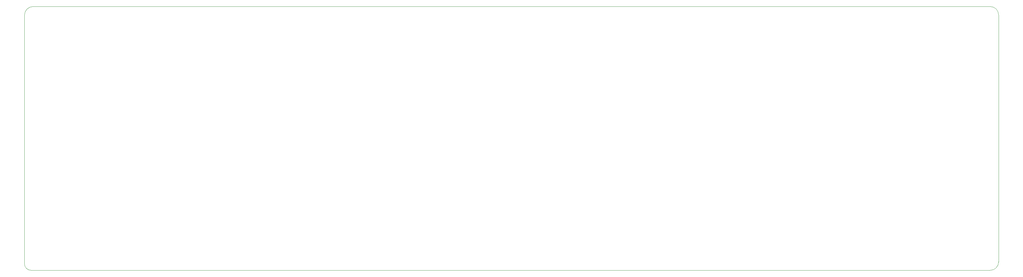
<source format=gm1>
G04 #@! TF.GenerationSoftware,KiCad,Pcbnew,(5.1.5)-3*
G04 #@! TF.CreationDate,2020-09-20T23:58:45-07:00*
G04 #@! TF.ProjectId,EUISOpcb,45554953-4f70-4636-922e-6b696361645f,rev?*
G04 #@! TF.SameCoordinates,Original*
G04 #@! TF.FileFunction,Profile,NP*
%FSLAX46Y46*%
G04 Gerber Fmt 4.6, Leading zero omitted, Abs format (unit mm)*
G04 Created by KiCad (PCBNEW (5.1.5)-3) date 2020-09-20 23:58:45*
%MOMM*%
%LPD*%
G04 APERTURE LIST*
%ADD10C,0.050000*%
G04 APERTURE END LIST*
D10*
X7112000Y-129159000D02*
X7112000Y-57404000D01*
X285750000Y-131064000D02*
X9017000Y-131064000D01*
X288163000Y-57277000D02*
X288163000Y-128651000D01*
X9652000Y-54864000D02*
X285750000Y-54864000D01*
X7112000Y-57404000D02*
G75*
G02X9652000Y-54864000I2540000J0D01*
G01*
X9017000Y-131064000D02*
G75*
G02X7112000Y-129159000I0J1905000D01*
G01*
X288163000Y-128651000D02*
G75*
G02X285750000Y-131064000I-2413000J0D01*
G01*
X285750000Y-54864000D02*
G75*
G02X288163000Y-57277000I0J-2413000D01*
G01*
M02*

</source>
